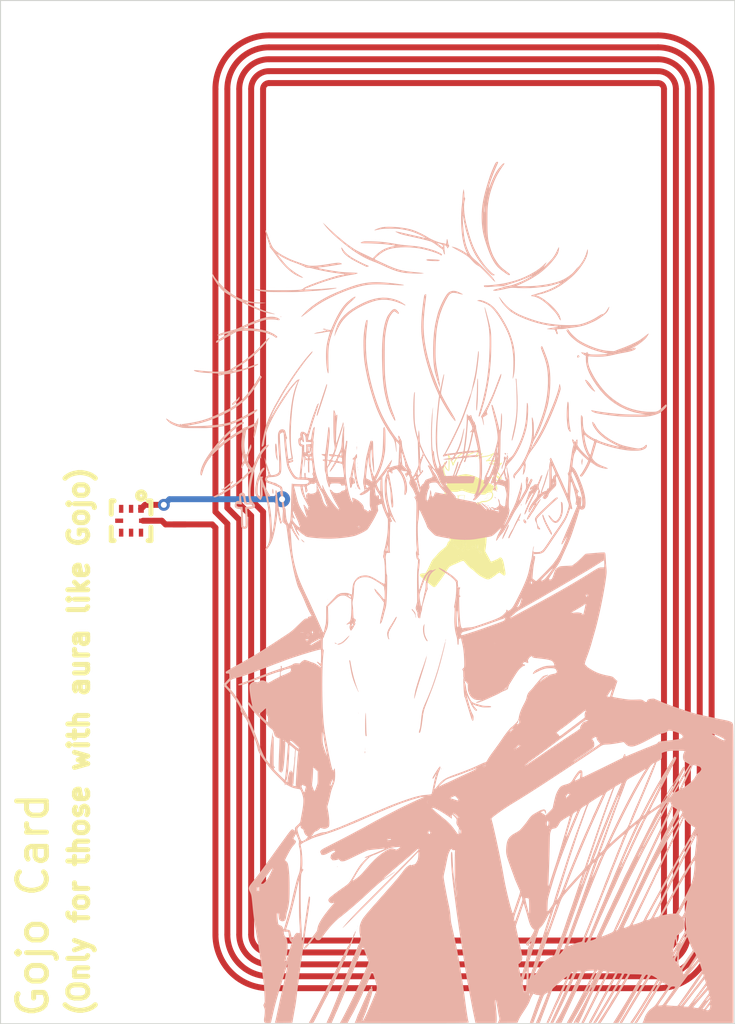
<source format=kicad_pcb>
(kicad_pcb (version 20241229) (generator "pcbnew") (generator_version "9.0")
  (layers (0 "F.Cu" signal) (2 "B.Cu" signal) (13 "F.Paste" user) (15 "B.Paste" user) (5 "F.SilkS" user "F.Silkscreen") (7 "B.SilkS" user "B.Silkscreen") (1 "F.Mask" user) (3 "B.Mask" user) (25 "Edge.Cuts" user))
  (net 0 "")
  (net 1 "Net-(U1-LB)")
  (net 2 "Net-(U1-LA)")
  (net 3 "Net-(LED1--)")
  (net 7 "Net-(U1-VCC)")
  (footprint "CyberCard:XQFN-8_L1.6-W1.6-P0.50-BL_NT3H2111W0FHKH" (layer "F.Cu") (at 138.21 84.85 -90)
    (property "Reference" "U1" (hide yes))
    (property "Value" "NT3H2111W0FHKH" (hide yes))
    (pad "1" smd rect (at -0.6 -0.5 270) (size 0.4 0.28) (layers "F.Cu" "F.Mask" "F.Paste") (net 2 "Net-(U1-LA)"))
    (pad "2" smd rect (at -0.6 0 270) (size 0.4 0.22) (layers "F.Cu" "F.Mask" "F.Paste") (net 3 "Net-(LED1--)"))
    (pad "3" smd rect (at -0.6 0.5 270) (size 0.4 0.22) (layers "F.Cu" "F.Mask" "F.Paste"))
    (pad "4" smd rect (at 0 0.6) (size 0.4 0.22) (layers "F.Cu" "F.Mask" "F.Paste"))
    (pad "5" smd rect (at 0.6 0.5 270) (size 0.4 0.22) (layers "F.Cu" "F.Mask" "F.Paste"))
    (pad "6" smd rect (at 0.6 0 270) (size 0.4 0.22) (layers "F.Cu" "F.Mask" "F.Paste") (net 7 "Net-(U1-VCC)"))
    (pad "7" smd rect (at 0.6 -0.5 270) (size 0.4 0.22) (layers "F.Cu" "F.Mask" "F.Paste") (net 7 "Net-(U1-VCC)"))
    (pad "8" smd rect (at 0 -0.6) (size 0.4 0.22) (layers "F.Cu" "F.Mask" "F.Paste") (net 1 "Net-(U1-LB)"))
  )
  (footprint "CyberCard:25X48MM_NFC_ANTENNA" (layer "F.Cu") (at 154.96 84.4 90)
    (property "Reference" "L1" (hide yes))
    (property "Value" "25X48MM_NFC_ANTENNA" (hide yes))
    (fp_line (start -0.635 -13.335) (end -0.635 -12.6649) (stroke (width 0.3)) (layer "F.Cu"))
    (fp_line (start -0.635 -12.6649) (end -0.8001 -12.5001) (stroke (width 0.3)) (layer "F.Cu"))
    (fp_line (start 0 -12.5001) (end 21.2999 -12.5001) (stroke (width 0.3)) (layer "F.Cu"))
    (fp_line (start -0.8001 -12.5001) (end -21.2999 -12.5001) (stroke (width 0.3)) (layer "F.Cu"))
    (fp_line (start 0.1999 -11.8999) (end 21.2999 -11.8999) (stroke (width 0.3)) (layer "F.Cu"))
    (fp_line (start -0.5999 -11.8999) (end 0 -12.5001) (stroke (width 0.3)) (layer "F.Cu"))
    (fp_line (start -21.2999 -11.8999) (end -0.5999 -11.8999) (stroke (width 0.3)) (layer "F.Cu"))
    (fp_line (start 0.4 -11.3) (end 21.2999 -11.3) (stroke (width 0.3)) (layer "F.Cu"))
    (fp_line (start -0.4 -11.3) (end 0.1999 -11.8999) (stroke (width 0.3)) (layer "F.Cu"))
    (fp_line (start -21.2999 -11.3) (end -0.4 -11.3) (stroke (width 0.3)) (layer "F.Cu"))
    (fp_line (start 0.5999 -10.7) (end 21.2999 -10.7) (stroke (width 0.3)) (layer "F.Cu"))
    (fp_line (start -0.1999 -10.7) (end 0.4 -11.3) (stroke (width 0.3)) (layer "F.Cu"))
    (fp_line (start -21.2999 -10.7) (end -0.1999 -10.7) (stroke (width 0.3)) (layer "F.Cu"))
    (fp_line (start 21.2999 -10.1001) (end 0.8001 -10.1001) (stroke (width 0.3)) (layer "F.Cu"))
    (fp_line (start 0.8001 -10.1001) (end 0.635 -9.935) (stroke (width 0.3)) (layer "F.Cu"))
    (fp_line (start 0 -10.1001) (end 0.5999 -10.7) (stroke (width 0.3)) (layer "F.Cu"))
    (fp_line (start -21.2999 -10.1001) (end 0 -10.1001) (stroke (width 0.3)) (layer "F.Cu"))
    (fp_line (start 0.635 -9.935) (end 0.635 -9.525) (stroke (width 0.3)) (layer "F.Cu"))
    (fp_line (start 24 -9.8001) (end 24 9.8001) (stroke (width 0.3)) (layer "F.Cu"))
    (fp_line (start 23.4 -9.8001) (end 23.4 9.8001) (stroke (width 0.3)) (layer "F.Cu"))
    (fp_line (start 22.8001 -9.8001) (end 22.8001 9.8001) (stroke (width 0.3)) (layer "F.Cu"))
    (fp_line (start 22.1999 -9.8001) (end 22.1999 9.8001) (stroke (width 0.3)) (layer "F.Cu"))
    (fp_line (start 21.5999 -9.8001) (end 21.5999 9.8001) (stroke (width 0.3)) (layer "F.Cu"))
    (fp_line (start -21.5999 -9.8001) (end -21.5999 9.8001) (stroke (width 0.3)) (layer "F.Cu"))
    (fp_line (start -22.1999 -9.8001) (end -22.1999 9.8001) (stroke (width 0.3)) (layer "F.Cu"))
    (fp_line (start -22.8001 -9.8001) (end -22.8001 9.8001) (stroke (width 0.3)) (layer "F.Cu"))
    (fp_line (start -23.4 -9.8001) (end -23.4 9.8001) (stroke (width 0.3)) (layer "F.Cu"))
    (fp_line (start -24 -9.8001) (end -24 9.8001) (stroke (width 0.3)) (layer "F.Cu"))
    (fp_line (start -21.2999 10.1001) (end 21.2999 10.1001) (stroke (width 0.3)) (layer "F.Cu"))
    (fp_line (start -21.2999 10.7) (end 21.2999 10.7) (stroke (width 0.3)) (layer "F.Cu"))
    (fp_line (start -21.2999 11.3) (end 21.2999 11.3) (stroke (width 0.3)) (layer "F.Cu"))
    (fp_line (start -21.2999 11.8999) (end 21.2999 11.8999) (stroke (width 0.3)) (layer "F.Cu"))
    (fp_line (start -21.2999 12.4998) (end 21.2999 12.4998) (stroke (width 0.3)) (layer "F.Cu"))
    (fp_arc (start 21.2999 -12.5001) (mid 23.209088 -11.709288) (end 24 -9.8001) (stroke (width 0.3)) (layer "F.Cu"))
    (fp_arc (start 21.2999 -11.8999) (mid 22.784789 -11.284901) (end 23.4 -9.8001) (stroke (width 0.3)) (layer "F.Cu"))
    (fp_arc (start 21.2999 -11.3) (mid 22.360683 -10.860796) (end 22.8001 -9.8001) (stroke (width 0.3)) (layer "F.Cu"))
    (fp_arc (start 21.2999 -10.7) (mid 21.936225 -10.436425) (end 22.1999 -9.8001) (stroke (width 0.3)) (layer "F.Cu"))
    (fp_arc (start 21.2999 -10.1001) (mid 21.512032 -10.012232) (end 21.5999 -9.8001) (stroke (width 0.3)) (layer "F.Cu"))
    (fp_arc (start -21.5999 -9.8001) (mid -21.512032 -10.012232) (end -21.2999 -10.1001) (stroke (width 0.3)) (layer "F.Cu"))
    (fp_arc (start -22.1999 -9.8001) (mid -21.936296 -10.436496) (end -21.2999 -10.7) (stroke (width 0.3)) (layer "F.Cu"))
    (fp_arc (start -22.8001 -9.8001) (mid -22.360683 -10.860796) (end -21.2999 -11.3) (stroke (width 0.3)) (layer "F.Cu"))
    (fp_arc (start -23.4 -9.8001) (mid -22.784789 -11.284901) (end -21.2999 -11.8999) (stroke (width 0.3)) (layer "F.Cu"))
    (fp_arc (start -24 -9.8001) (mid -23.209159 -11.709359) (end -21.2999 -12.5001) (stroke (width 0.3)) (layer "F.Cu"))
    (fp_arc (start 24 9.8001) (mid 23.209159 11.709359) (end 21.2999 12.5001) (stroke (width 0.3)) (layer "F.Cu"))
    (fp_arc (start 23.4 9.8001) (mid 22.784789 11.284901) (end 21.2999 11.8999) (stroke (width 0.3)) (layer "F.Cu"))
    (fp_arc (start 22.8001 9.8001) (mid 22.360683 10.860796) (end 21.2999 11.3) (stroke (width 0.3)) (layer "F.Cu"))
    (fp_arc (start 22.1999 9.8001) (mid 21.936296 10.436496) (end 21.2999 10.7) (stroke (width 0.3)) (layer "F.Cu"))
    (fp_arc (start 21.5999 9.8001) (mid 21.512032 10.012232) (end 21.2999 10.1001) (stroke (width 0.3)) (layer "F.Cu"))
    (fp_arc (start -21.2999 10.1001) (mid -21.512032 10.012232) (end -21.5999 9.8001) (stroke (width 0.3)) (layer "F.Cu"))
    (fp_arc (start -21.2999 10.7) (mid -21.936225 10.436425) (end -22.1999 9.8001) (stroke (width 0.3)) (layer "F.Cu"))
    (fp_arc (start -21.2999 11.3) (mid -22.360683 10.860796) (end -22.8001 9.8001) (stroke (width 0.3)) (layer "F.Cu"))
    (fp_arc (start -21.2999 11.8999) (mid -22.784789 11.284901) (end -23.4 9.8001) (stroke (width 0.3)) (layer "F.Cu"))
    (fp_arc (start -21.2999 12.5001) (mid -23.209088 11.709288) (end -24 9.8001) (stroke (width 0.3)) (layer "F.Cu"))
    (pad "P$1" smd rect (at -0.635 -14 180) (size 1.3 0.3) (layers "F.Cu" "F.Mask" "F.Paste"))
    (pad "P$2" thru_hole oval (at 0.635 -9.144 90) (size 0.808 0.808) (drill oval 0.3005 0.3002) (layers "*.Cu" "*.Mask"))
  )
  (footprint "Graphics:larger baby gojo" (layer "F.Cu") (at 155.08 84.38)
    (property "Reference" "G***" (hide yes))
    (property "Value" "LOGO" (hide yes))
  )
  (footprint "Graphics:Gojo mid" (layer "B.Cu") (at 153.561101 77.678072 180)
    (property "Reference" "G***" (hide yes))
    (property "Value" "LOGO" (hide yes))
  )
  (gr_rect (start 131.63 58.64) (end 168.63 110.19) (stroke (width 0.05)) (fill no) (layer "Edge.Cuts"))
  (gr_text "(Only for those with aura like Gojo)" (at 136.16 109.92 90) (layer "F.SilkS") (effects (font (size 1 1) (thickness 0.25) (bold yes)) (justify left bottom)))
  (gr_text "Gojo Card" (at 134.14 109.99 90) (layer "F.SilkS") (effects (font (size 1.5 1.5) (thickness 0.25) (bold yes)) (justify left bottom)))
  (segment (start 139.945 85.035) (end 139.76 84.85) (width 0.3) (layer "F.Cu") (net 1))
  (segment (start 139.76 84.85) (end 138.81 84.85) (width 0.3) (layer "F.Cu") (net 1))
  (segment (start 140.96 85.035) (end 139.945 85.035) (width 0.3) (layer "F.Cu") (net 1))
  (segment (start 138.91 84.05) (end 138.71 84.25) (width 0.3) (layer "F.Cu") (net 2))
  (segment (start 139.86 84.05) (end 138.91 84.05) (width 0.3) (layer "F.Cu") (net 2))
  (via (at 139.86 84.05) (size 0.6) (drill 0.3) (layers "F.Cu" "B.Cu") (net 2))
  (segment (start 145.816 83.765) (end 140.145 83.765) (width 0.3) (layer "B.Cu") (net 2))
  (segment (start 140.145 83.765) (end 139.86 84.05) (width 0.3) (layer "B.Cu") (net 2))
)
</source>
